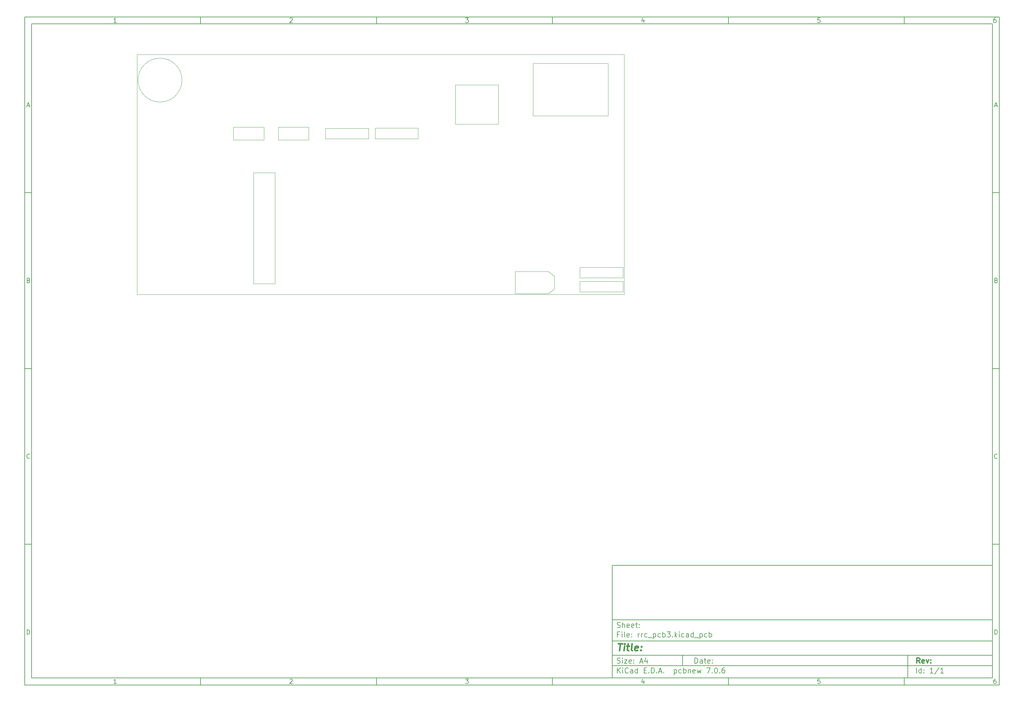
<source format=gbr>
%TF.GenerationSoftware,KiCad,Pcbnew,7.0.6*%
%TF.CreationDate,2023-08-10T16:59:27-04:00*%
%TF.ProjectId,rrc_pcb3,7272635f-7063-4623-932e-6b696361645f,rev?*%
%TF.SameCoordinates,Original*%
%TF.FileFunction,Other,User*%
%FSLAX46Y46*%
G04 Gerber Fmt 4.6, Leading zero omitted, Abs format (unit mm)*
G04 Created by KiCad (PCBNEW 7.0.6) date 2023-08-10 16:59:27*
%MOMM*%
%LPD*%
G01*
G04 APERTURE LIST*
%ADD10C,0.100000*%
%ADD11C,0.150000*%
%ADD12C,0.300000*%
%ADD13C,0.400000*%
%ADD14C,0.050000*%
%TA.AperFunction,Profile*%
%ADD15C,0.050000*%
%TD*%
G04 APERTURE END LIST*
D10*
D11*
X177002200Y-166007200D02*
X285002200Y-166007200D01*
X285002200Y-198007200D01*
X177002200Y-198007200D01*
X177002200Y-166007200D01*
D10*
D11*
X10000000Y-10000000D02*
X287002200Y-10000000D01*
X287002200Y-200007200D01*
X10000000Y-200007200D01*
X10000000Y-10000000D01*
D10*
D11*
X12000000Y-12000000D02*
X285002200Y-12000000D01*
X285002200Y-198007200D01*
X12000000Y-198007200D01*
X12000000Y-12000000D01*
D10*
D11*
X60000000Y-12000000D02*
X60000000Y-10000000D01*
D10*
D11*
X110000000Y-12000000D02*
X110000000Y-10000000D01*
D10*
D11*
X160000000Y-12000000D02*
X160000000Y-10000000D01*
D10*
D11*
X210000000Y-12000000D02*
X210000000Y-10000000D01*
D10*
D11*
X260000000Y-12000000D02*
X260000000Y-10000000D01*
D10*
D11*
X36089160Y-11593604D02*
X35346303Y-11593604D01*
X35717731Y-11593604D02*
X35717731Y-10293604D01*
X35717731Y-10293604D02*
X35593922Y-10479319D01*
X35593922Y-10479319D02*
X35470112Y-10603128D01*
X35470112Y-10603128D02*
X35346303Y-10665033D01*
D10*
D11*
X85346303Y-10417414D02*
X85408207Y-10355509D01*
X85408207Y-10355509D02*
X85532017Y-10293604D01*
X85532017Y-10293604D02*
X85841541Y-10293604D01*
X85841541Y-10293604D02*
X85965350Y-10355509D01*
X85965350Y-10355509D02*
X86027255Y-10417414D01*
X86027255Y-10417414D02*
X86089160Y-10541223D01*
X86089160Y-10541223D02*
X86089160Y-10665033D01*
X86089160Y-10665033D02*
X86027255Y-10850747D01*
X86027255Y-10850747D02*
X85284398Y-11593604D01*
X85284398Y-11593604D02*
X86089160Y-11593604D01*
D10*
D11*
X135284398Y-10293604D02*
X136089160Y-10293604D01*
X136089160Y-10293604D02*
X135655826Y-10788842D01*
X135655826Y-10788842D02*
X135841541Y-10788842D01*
X135841541Y-10788842D02*
X135965350Y-10850747D01*
X135965350Y-10850747D02*
X136027255Y-10912652D01*
X136027255Y-10912652D02*
X136089160Y-11036461D01*
X136089160Y-11036461D02*
X136089160Y-11345985D01*
X136089160Y-11345985D02*
X136027255Y-11469795D01*
X136027255Y-11469795D02*
X135965350Y-11531700D01*
X135965350Y-11531700D02*
X135841541Y-11593604D01*
X135841541Y-11593604D02*
X135470112Y-11593604D01*
X135470112Y-11593604D02*
X135346303Y-11531700D01*
X135346303Y-11531700D02*
X135284398Y-11469795D01*
D10*
D11*
X185965350Y-10726938D02*
X185965350Y-11593604D01*
X185655826Y-10231700D02*
X185346303Y-11160271D01*
X185346303Y-11160271D02*
X186151064Y-11160271D01*
D10*
D11*
X236027255Y-10293604D02*
X235408207Y-10293604D01*
X235408207Y-10293604D02*
X235346303Y-10912652D01*
X235346303Y-10912652D02*
X235408207Y-10850747D01*
X235408207Y-10850747D02*
X235532017Y-10788842D01*
X235532017Y-10788842D02*
X235841541Y-10788842D01*
X235841541Y-10788842D02*
X235965350Y-10850747D01*
X235965350Y-10850747D02*
X236027255Y-10912652D01*
X236027255Y-10912652D02*
X236089160Y-11036461D01*
X236089160Y-11036461D02*
X236089160Y-11345985D01*
X236089160Y-11345985D02*
X236027255Y-11469795D01*
X236027255Y-11469795D02*
X235965350Y-11531700D01*
X235965350Y-11531700D02*
X235841541Y-11593604D01*
X235841541Y-11593604D02*
X235532017Y-11593604D01*
X235532017Y-11593604D02*
X235408207Y-11531700D01*
X235408207Y-11531700D02*
X235346303Y-11469795D01*
D10*
D11*
X285965350Y-10293604D02*
X285717731Y-10293604D01*
X285717731Y-10293604D02*
X285593922Y-10355509D01*
X285593922Y-10355509D02*
X285532017Y-10417414D01*
X285532017Y-10417414D02*
X285408207Y-10603128D01*
X285408207Y-10603128D02*
X285346303Y-10850747D01*
X285346303Y-10850747D02*
X285346303Y-11345985D01*
X285346303Y-11345985D02*
X285408207Y-11469795D01*
X285408207Y-11469795D02*
X285470112Y-11531700D01*
X285470112Y-11531700D02*
X285593922Y-11593604D01*
X285593922Y-11593604D02*
X285841541Y-11593604D01*
X285841541Y-11593604D02*
X285965350Y-11531700D01*
X285965350Y-11531700D02*
X286027255Y-11469795D01*
X286027255Y-11469795D02*
X286089160Y-11345985D01*
X286089160Y-11345985D02*
X286089160Y-11036461D01*
X286089160Y-11036461D02*
X286027255Y-10912652D01*
X286027255Y-10912652D02*
X285965350Y-10850747D01*
X285965350Y-10850747D02*
X285841541Y-10788842D01*
X285841541Y-10788842D02*
X285593922Y-10788842D01*
X285593922Y-10788842D02*
X285470112Y-10850747D01*
X285470112Y-10850747D02*
X285408207Y-10912652D01*
X285408207Y-10912652D02*
X285346303Y-11036461D01*
D10*
D11*
X60000000Y-198007200D02*
X60000000Y-200007200D01*
D10*
D11*
X110000000Y-198007200D02*
X110000000Y-200007200D01*
D10*
D11*
X160000000Y-198007200D02*
X160000000Y-200007200D01*
D10*
D11*
X210000000Y-198007200D02*
X210000000Y-200007200D01*
D10*
D11*
X260000000Y-198007200D02*
X260000000Y-200007200D01*
D10*
D11*
X36089160Y-199600804D02*
X35346303Y-199600804D01*
X35717731Y-199600804D02*
X35717731Y-198300804D01*
X35717731Y-198300804D02*
X35593922Y-198486519D01*
X35593922Y-198486519D02*
X35470112Y-198610328D01*
X35470112Y-198610328D02*
X35346303Y-198672233D01*
D10*
D11*
X85346303Y-198424614D02*
X85408207Y-198362709D01*
X85408207Y-198362709D02*
X85532017Y-198300804D01*
X85532017Y-198300804D02*
X85841541Y-198300804D01*
X85841541Y-198300804D02*
X85965350Y-198362709D01*
X85965350Y-198362709D02*
X86027255Y-198424614D01*
X86027255Y-198424614D02*
X86089160Y-198548423D01*
X86089160Y-198548423D02*
X86089160Y-198672233D01*
X86089160Y-198672233D02*
X86027255Y-198857947D01*
X86027255Y-198857947D02*
X85284398Y-199600804D01*
X85284398Y-199600804D02*
X86089160Y-199600804D01*
D10*
D11*
X135284398Y-198300804D02*
X136089160Y-198300804D01*
X136089160Y-198300804D02*
X135655826Y-198796042D01*
X135655826Y-198796042D02*
X135841541Y-198796042D01*
X135841541Y-198796042D02*
X135965350Y-198857947D01*
X135965350Y-198857947D02*
X136027255Y-198919852D01*
X136027255Y-198919852D02*
X136089160Y-199043661D01*
X136089160Y-199043661D02*
X136089160Y-199353185D01*
X136089160Y-199353185D02*
X136027255Y-199476995D01*
X136027255Y-199476995D02*
X135965350Y-199538900D01*
X135965350Y-199538900D02*
X135841541Y-199600804D01*
X135841541Y-199600804D02*
X135470112Y-199600804D01*
X135470112Y-199600804D02*
X135346303Y-199538900D01*
X135346303Y-199538900D02*
X135284398Y-199476995D01*
D10*
D11*
X185965350Y-198734138D02*
X185965350Y-199600804D01*
X185655826Y-198238900D02*
X185346303Y-199167471D01*
X185346303Y-199167471D02*
X186151064Y-199167471D01*
D10*
D11*
X236027255Y-198300804D02*
X235408207Y-198300804D01*
X235408207Y-198300804D02*
X235346303Y-198919852D01*
X235346303Y-198919852D02*
X235408207Y-198857947D01*
X235408207Y-198857947D02*
X235532017Y-198796042D01*
X235532017Y-198796042D02*
X235841541Y-198796042D01*
X235841541Y-198796042D02*
X235965350Y-198857947D01*
X235965350Y-198857947D02*
X236027255Y-198919852D01*
X236027255Y-198919852D02*
X236089160Y-199043661D01*
X236089160Y-199043661D02*
X236089160Y-199353185D01*
X236089160Y-199353185D02*
X236027255Y-199476995D01*
X236027255Y-199476995D02*
X235965350Y-199538900D01*
X235965350Y-199538900D02*
X235841541Y-199600804D01*
X235841541Y-199600804D02*
X235532017Y-199600804D01*
X235532017Y-199600804D02*
X235408207Y-199538900D01*
X235408207Y-199538900D02*
X235346303Y-199476995D01*
D10*
D11*
X285965350Y-198300804D02*
X285717731Y-198300804D01*
X285717731Y-198300804D02*
X285593922Y-198362709D01*
X285593922Y-198362709D02*
X285532017Y-198424614D01*
X285532017Y-198424614D02*
X285408207Y-198610328D01*
X285408207Y-198610328D02*
X285346303Y-198857947D01*
X285346303Y-198857947D02*
X285346303Y-199353185D01*
X285346303Y-199353185D02*
X285408207Y-199476995D01*
X285408207Y-199476995D02*
X285470112Y-199538900D01*
X285470112Y-199538900D02*
X285593922Y-199600804D01*
X285593922Y-199600804D02*
X285841541Y-199600804D01*
X285841541Y-199600804D02*
X285965350Y-199538900D01*
X285965350Y-199538900D02*
X286027255Y-199476995D01*
X286027255Y-199476995D02*
X286089160Y-199353185D01*
X286089160Y-199353185D02*
X286089160Y-199043661D01*
X286089160Y-199043661D02*
X286027255Y-198919852D01*
X286027255Y-198919852D02*
X285965350Y-198857947D01*
X285965350Y-198857947D02*
X285841541Y-198796042D01*
X285841541Y-198796042D02*
X285593922Y-198796042D01*
X285593922Y-198796042D02*
X285470112Y-198857947D01*
X285470112Y-198857947D02*
X285408207Y-198919852D01*
X285408207Y-198919852D02*
X285346303Y-199043661D01*
D10*
D11*
X10000000Y-60000000D02*
X12000000Y-60000000D01*
D10*
D11*
X10000000Y-110000000D02*
X12000000Y-110000000D01*
D10*
D11*
X10000000Y-160000000D02*
X12000000Y-160000000D01*
D10*
D11*
X10690476Y-35222176D02*
X11309523Y-35222176D01*
X10566666Y-35593604D02*
X10999999Y-34293604D01*
X10999999Y-34293604D02*
X11433333Y-35593604D01*
D10*
D11*
X11092857Y-84912652D02*
X11278571Y-84974557D01*
X11278571Y-84974557D02*
X11340476Y-85036461D01*
X11340476Y-85036461D02*
X11402380Y-85160271D01*
X11402380Y-85160271D02*
X11402380Y-85345985D01*
X11402380Y-85345985D02*
X11340476Y-85469795D01*
X11340476Y-85469795D02*
X11278571Y-85531700D01*
X11278571Y-85531700D02*
X11154761Y-85593604D01*
X11154761Y-85593604D02*
X10659523Y-85593604D01*
X10659523Y-85593604D02*
X10659523Y-84293604D01*
X10659523Y-84293604D02*
X11092857Y-84293604D01*
X11092857Y-84293604D02*
X11216666Y-84355509D01*
X11216666Y-84355509D02*
X11278571Y-84417414D01*
X11278571Y-84417414D02*
X11340476Y-84541223D01*
X11340476Y-84541223D02*
X11340476Y-84665033D01*
X11340476Y-84665033D02*
X11278571Y-84788842D01*
X11278571Y-84788842D02*
X11216666Y-84850747D01*
X11216666Y-84850747D02*
X11092857Y-84912652D01*
X11092857Y-84912652D02*
X10659523Y-84912652D01*
D10*
D11*
X11402380Y-135469795D02*
X11340476Y-135531700D01*
X11340476Y-135531700D02*
X11154761Y-135593604D01*
X11154761Y-135593604D02*
X11030952Y-135593604D01*
X11030952Y-135593604D02*
X10845238Y-135531700D01*
X10845238Y-135531700D02*
X10721428Y-135407890D01*
X10721428Y-135407890D02*
X10659523Y-135284080D01*
X10659523Y-135284080D02*
X10597619Y-135036461D01*
X10597619Y-135036461D02*
X10597619Y-134850747D01*
X10597619Y-134850747D02*
X10659523Y-134603128D01*
X10659523Y-134603128D02*
X10721428Y-134479319D01*
X10721428Y-134479319D02*
X10845238Y-134355509D01*
X10845238Y-134355509D02*
X11030952Y-134293604D01*
X11030952Y-134293604D02*
X11154761Y-134293604D01*
X11154761Y-134293604D02*
X11340476Y-134355509D01*
X11340476Y-134355509D02*
X11402380Y-134417414D01*
D10*
D11*
X10659523Y-185593604D02*
X10659523Y-184293604D01*
X10659523Y-184293604D02*
X10969047Y-184293604D01*
X10969047Y-184293604D02*
X11154761Y-184355509D01*
X11154761Y-184355509D02*
X11278571Y-184479319D01*
X11278571Y-184479319D02*
X11340476Y-184603128D01*
X11340476Y-184603128D02*
X11402380Y-184850747D01*
X11402380Y-184850747D02*
X11402380Y-185036461D01*
X11402380Y-185036461D02*
X11340476Y-185284080D01*
X11340476Y-185284080D02*
X11278571Y-185407890D01*
X11278571Y-185407890D02*
X11154761Y-185531700D01*
X11154761Y-185531700D02*
X10969047Y-185593604D01*
X10969047Y-185593604D02*
X10659523Y-185593604D01*
D10*
D11*
X287002200Y-60000000D02*
X285002200Y-60000000D01*
D10*
D11*
X287002200Y-110000000D02*
X285002200Y-110000000D01*
D10*
D11*
X287002200Y-160000000D02*
X285002200Y-160000000D01*
D10*
D11*
X285692676Y-35222176D02*
X286311723Y-35222176D01*
X285568866Y-35593604D02*
X286002199Y-34293604D01*
X286002199Y-34293604D02*
X286435533Y-35593604D01*
D10*
D11*
X286095057Y-84912652D02*
X286280771Y-84974557D01*
X286280771Y-84974557D02*
X286342676Y-85036461D01*
X286342676Y-85036461D02*
X286404580Y-85160271D01*
X286404580Y-85160271D02*
X286404580Y-85345985D01*
X286404580Y-85345985D02*
X286342676Y-85469795D01*
X286342676Y-85469795D02*
X286280771Y-85531700D01*
X286280771Y-85531700D02*
X286156961Y-85593604D01*
X286156961Y-85593604D02*
X285661723Y-85593604D01*
X285661723Y-85593604D02*
X285661723Y-84293604D01*
X285661723Y-84293604D02*
X286095057Y-84293604D01*
X286095057Y-84293604D02*
X286218866Y-84355509D01*
X286218866Y-84355509D02*
X286280771Y-84417414D01*
X286280771Y-84417414D02*
X286342676Y-84541223D01*
X286342676Y-84541223D02*
X286342676Y-84665033D01*
X286342676Y-84665033D02*
X286280771Y-84788842D01*
X286280771Y-84788842D02*
X286218866Y-84850747D01*
X286218866Y-84850747D02*
X286095057Y-84912652D01*
X286095057Y-84912652D02*
X285661723Y-84912652D01*
D10*
D11*
X286404580Y-135469795D02*
X286342676Y-135531700D01*
X286342676Y-135531700D02*
X286156961Y-135593604D01*
X286156961Y-135593604D02*
X286033152Y-135593604D01*
X286033152Y-135593604D02*
X285847438Y-135531700D01*
X285847438Y-135531700D02*
X285723628Y-135407890D01*
X285723628Y-135407890D02*
X285661723Y-135284080D01*
X285661723Y-135284080D02*
X285599819Y-135036461D01*
X285599819Y-135036461D02*
X285599819Y-134850747D01*
X285599819Y-134850747D02*
X285661723Y-134603128D01*
X285661723Y-134603128D02*
X285723628Y-134479319D01*
X285723628Y-134479319D02*
X285847438Y-134355509D01*
X285847438Y-134355509D02*
X286033152Y-134293604D01*
X286033152Y-134293604D02*
X286156961Y-134293604D01*
X286156961Y-134293604D02*
X286342676Y-134355509D01*
X286342676Y-134355509D02*
X286404580Y-134417414D01*
D10*
D11*
X285661723Y-185593604D02*
X285661723Y-184293604D01*
X285661723Y-184293604D02*
X285971247Y-184293604D01*
X285971247Y-184293604D02*
X286156961Y-184355509D01*
X286156961Y-184355509D02*
X286280771Y-184479319D01*
X286280771Y-184479319D02*
X286342676Y-184603128D01*
X286342676Y-184603128D02*
X286404580Y-184850747D01*
X286404580Y-184850747D02*
X286404580Y-185036461D01*
X286404580Y-185036461D02*
X286342676Y-185284080D01*
X286342676Y-185284080D02*
X286280771Y-185407890D01*
X286280771Y-185407890D02*
X286156961Y-185531700D01*
X286156961Y-185531700D02*
X285971247Y-185593604D01*
X285971247Y-185593604D02*
X285661723Y-185593604D01*
D10*
D11*
X200458026Y-193793328D02*
X200458026Y-192293328D01*
X200458026Y-192293328D02*
X200815169Y-192293328D01*
X200815169Y-192293328D02*
X201029455Y-192364757D01*
X201029455Y-192364757D02*
X201172312Y-192507614D01*
X201172312Y-192507614D02*
X201243741Y-192650471D01*
X201243741Y-192650471D02*
X201315169Y-192936185D01*
X201315169Y-192936185D02*
X201315169Y-193150471D01*
X201315169Y-193150471D02*
X201243741Y-193436185D01*
X201243741Y-193436185D02*
X201172312Y-193579042D01*
X201172312Y-193579042D02*
X201029455Y-193721900D01*
X201029455Y-193721900D02*
X200815169Y-193793328D01*
X200815169Y-193793328D02*
X200458026Y-193793328D01*
X202600884Y-193793328D02*
X202600884Y-193007614D01*
X202600884Y-193007614D02*
X202529455Y-192864757D01*
X202529455Y-192864757D02*
X202386598Y-192793328D01*
X202386598Y-192793328D02*
X202100884Y-192793328D01*
X202100884Y-192793328D02*
X201958026Y-192864757D01*
X202600884Y-193721900D02*
X202458026Y-193793328D01*
X202458026Y-193793328D02*
X202100884Y-193793328D01*
X202100884Y-193793328D02*
X201958026Y-193721900D01*
X201958026Y-193721900D02*
X201886598Y-193579042D01*
X201886598Y-193579042D02*
X201886598Y-193436185D01*
X201886598Y-193436185D02*
X201958026Y-193293328D01*
X201958026Y-193293328D02*
X202100884Y-193221900D01*
X202100884Y-193221900D02*
X202458026Y-193221900D01*
X202458026Y-193221900D02*
X202600884Y-193150471D01*
X203100884Y-192793328D02*
X203672312Y-192793328D01*
X203315169Y-192293328D02*
X203315169Y-193579042D01*
X203315169Y-193579042D02*
X203386598Y-193721900D01*
X203386598Y-193721900D02*
X203529455Y-193793328D01*
X203529455Y-193793328D02*
X203672312Y-193793328D01*
X204743741Y-193721900D02*
X204600884Y-193793328D01*
X204600884Y-193793328D02*
X204315170Y-193793328D01*
X204315170Y-193793328D02*
X204172312Y-193721900D01*
X204172312Y-193721900D02*
X204100884Y-193579042D01*
X204100884Y-193579042D02*
X204100884Y-193007614D01*
X204100884Y-193007614D02*
X204172312Y-192864757D01*
X204172312Y-192864757D02*
X204315170Y-192793328D01*
X204315170Y-192793328D02*
X204600884Y-192793328D01*
X204600884Y-192793328D02*
X204743741Y-192864757D01*
X204743741Y-192864757D02*
X204815170Y-193007614D01*
X204815170Y-193007614D02*
X204815170Y-193150471D01*
X204815170Y-193150471D02*
X204100884Y-193293328D01*
X205458026Y-193650471D02*
X205529455Y-193721900D01*
X205529455Y-193721900D02*
X205458026Y-193793328D01*
X205458026Y-193793328D02*
X205386598Y-193721900D01*
X205386598Y-193721900D02*
X205458026Y-193650471D01*
X205458026Y-193650471D02*
X205458026Y-193793328D01*
X205458026Y-192864757D02*
X205529455Y-192936185D01*
X205529455Y-192936185D02*
X205458026Y-193007614D01*
X205458026Y-193007614D02*
X205386598Y-192936185D01*
X205386598Y-192936185D02*
X205458026Y-192864757D01*
X205458026Y-192864757D02*
X205458026Y-193007614D01*
D10*
D11*
X177002200Y-194507200D02*
X285002200Y-194507200D01*
D10*
D11*
X178458026Y-196593328D02*
X178458026Y-195093328D01*
X179315169Y-196593328D02*
X178672312Y-195736185D01*
X179315169Y-195093328D02*
X178458026Y-195950471D01*
X179958026Y-196593328D02*
X179958026Y-195593328D01*
X179958026Y-195093328D02*
X179886598Y-195164757D01*
X179886598Y-195164757D02*
X179958026Y-195236185D01*
X179958026Y-195236185D02*
X180029455Y-195164757D01*
X180029455Y-195164757D02*
X179958026Y-195093328D01*
X179958026Y-195093328D02*
X179958026Y-195236185D01*
X181529455Y-196450471D02*
X181458027Y-196521900D01*
X181458027Y-196521900D02*
X181243741Y-196593328D01*
X181243741Y-196593328D02*
X181100884Y-196593328D01*
X181100884Y-196593328D02*
X180886598Y-196521900D01*
X180886598Y-196521900D02*
X180743741Y-196379042D01*
X180743741Y-196379042D02*
X180672312Y-196236185D01*
X180672312Y-196236185D02*
X180600884Y-195950471D01*
X180600884Y-195950471D02*
X180600884Y-195736185D01*
X180600884Y-195736185D02*
X180672312Y-195450471D01*
X180672312Y-195450471D02*
X180743741Y-195307614D01*
X180743741Y-195307614D02*
X180886598Y-195164757D01*
X180886598Y-195164757D02*
X181100884Y-195093328D01*
X181100884Y-195093328D02*
X181243741Y-195093328D01*
X181243741Y-195093328D02*
X181458027Y-195164757D01*
X181458027Y-195164757D02*
X181529455Y-195236185D01*
X182815170Y-196593328D02*
X182815170Y-195807614D01*
X182815170Y-195807614D02*
X182743741Y-195664757D01*
X182743741Y-195664757D02*
X182600884Y-195593328D01*
X182600884Y-195593328D02*
X182315170Y-195593328D01*
X182315170Y-195593328D02*
X182172312Y-195664757D01*
X182815170Y-196521900D02*
X182672312Y-196593328D01*
X182672312Y-196593328D02*
X182315170Y-196593328D01*
X182315170Y-196593328D02*
X182172312Y-196521900D01*
X182172312Y-196521900D02*
X182100884Y-196379042D01*
X182100884Y-196379042D02*
X182100884Y-196236185D01*
X182100884Y-196236185D02*
X182172312Y-196093328D01*
X182172312Y-196093328D02*
X182315170Y-196021900D01*
X182315170Y-196021900D02*
X182672312Y-196021900D01*
X182672312Y-196021900D02*
X182815170Y-195950471D01*
X184172313Y-196593328D02*
X184172313Y-195093328D01*
X184172313Y-196521900D02*
X184029455Y-196593328D01*
X184029455Y-196593328D02*
X183743741Y-196593328D01*
X183743741Y-196593328D02*
X183600884Y-196521900D01*
X183600884Y-196521900D02*
X183529455Y-196450471D01*
X183529455Y-196450471D02*
X183458027Y-196307614D01*
X183458027Y-196307614D02*
X183458027Y-195879042D01*
X183458027Y-195879042D02*
X183529455Y-195736185D01*
X183529455Y-195736185D02*
X183600884Y-195664757D01*
X183600884Y-195664757D02*
X183743741Y-195593328D01*
X183743741Y-195593328D02*
X184029455Y-195593328D01*
X184029455Y-195593328D02*
X184172313Y-195664757D01*
X186029455Y-195807614D02*
X186529455Y-195807614D01*
X186743741Y-196593328D02*
X186029455Y-196593328D01*
X186029455Y-196593328D02*
X186029455Y-195093328D01*
X186029455Y-195093328D02*
X186743741Y-195093328D01*
X187386598Y-196450471D02*
X187458027Y-196521900D01*
X187458027Y-196521900D02*
X187386598Y-196593328D01*
X187386598Y-196593328D02*
X187315170Y-196521900D01*
X187315170Y-196521900D02*
X187386598Y-196450471D01*
X187386598Y-196450471D02*
X187386598Y-196593328D01*
X188100884Y-196593328D02*
X188100884Y-195093328D01*
X188100884Y-195093328D02*
X188458027Y-195093328D01*
X188458027Y-195093328D02*
X188672313Y-195164757D01*
X188672313Y-195164757D02*
X188815170Y-195307614D01*
X188815170Y-195307614D02*
X188886599Y-195450471D01*
X188886599Y-195450471D02*
X188958027Y-195736185D01*
X188958027Y-195736185D02*
X188958027Y-195950471D01*
X188958027Y-195950471D02*
X188886599Y-196236185D01*
X188886599Y-196236185D02*
X188815170Y-196379042D01*
X188815170Y-196379042D02*
X188672313Y-196521900D01*
X188672313Y-196521900D02*
X188458027Y-196593328D01*
X188458027Y-196593328D02*
X188100884Y-196593328D01*
X189600884Y-196450471D02*
X189672313Y-196521900D01*
X189672313Y-196521900D02*
X189600884Y-196593328D01*
X189600884Y-196593328D02*
X189529456Y-196521900D01*
X189529456Y-196521900D02*
X189600884Y-196450471D01*
X189600884Y-196450471D02*
X189600884Y-196593328D01*
X190243742Y-196164757D02*
X190958028Y-196164757D01*
X190100885Y-196593328D02*
X190600885Y-195093328D01*
X190600885Y-195093328D02*
X191100885Y-196593328D01*
X191600884Y-196450471D02*
X191672313Y-196521900D01*
X191672313Y-196521900D02*
X191600884Y-196593328D01*
X191600884Y-196593328D02*
X191529456Y-196521900D01*
X191529456Y-196521900D02*
X191600884Y-196450471D01*
X191600884Y-196450471D02*
X191600884Y-196593328D01*
X194600884Y-195593328D02*
X194600884Y-197093328D01*
X194600884Y-195664757D02*
X194743742Y-195593328D01*
X194743742Y-195593328D02*
X195029456Y-195593328D01*
X195029456Y-195593328D02*
X195172313Y-195664757D01*
X195172313Y-195664757D02*
X195243742Y-195736185D01*
X195243742Y-195736185D02*
X195315170Y-195879042D01*
X195315170Y-195879042D02*
X195315170Y-196307614D01*
X195315170Y-196307614D02*
X195243742Y-196450471D01*
X195243742Y-196450471D02*
X195172313Y-196521900D01*
X195172313Y-196521900D02*
X195029456Y-196593328D01*
X195029456Y-196593328D02*
X194743742Y-196593328D01*
X194743742Y-196593328D02*
X194600884Y-196521900D01*
X196600885Y-196521900D02*
X196458027Y-196593328D01*
X196458027Y-196593328D02*
X196172313Y-196593328D01*
X196172313Y-196593328D02*
X196029456Y-196521900D01*
X196029456Y-196521900D02*
X195958027Y-196450471D01*
X195958027Y-196450471D02*
X195886599Y-196307614D01*
X195886599Y-196307614D02*
X195886599Y-195879042D01*
X195886599Y-195879042D02*
X195958027Y-195736185D01*
X195958027Y-195736185D02*
X196029456Y-195664757D01*
X196029456Y-195664757D02*
X196172313Y-195593328D01*
X196172313Y-195593328D02*
X196458027Y-195593328D01*
X196458027Y-195593328D02*
X196600885Y-195664757D01*
X197243741Y-196593328D02*
X197243741Y-195093328D01*
X197243741Y-195664757D02*
X197386599Y-195593328D01*
X197386599Y-195593328D02*
X197672313Y-195593328D01*
X197672313Y-195593328D02*
X197815170Y-195664757D01*
X197815170Y-195664757D02*
X197886599Y-195736185D01*
X197886599Y-195736185D02*
X197958027Y-195879042D01*
X197958027Y-195879042D02*
X197958027Y-196307614D01*
X197958027Y-196307614D02*
X197886599Y-196450471D01*
X197886599Y-196450471D02*
X197815170Y-196521900D01*
X197815170Y-196521900D02*
X197672313Y-196593328D01*
X197672313Y-196593328D02*
X197386599Y-196593328D01*
X197386599Y-196593328D02*
X197243741Y-196521900D01*
X198600884Y-195593328D02*
X198600884Y-196593328D01*
X198600884Y-195736185D02*
X198672313Y-195664757D01*
X198672313Y-195664757D02*
X198815170Y-195593328D01*
X198815170Y-195593328D02*
X199029456Y-195593328D01*
X199029456Y-195593328D02*
X199172313Y-195664757D01*
X199172313Y-195664757D02*
X199243742Y-195807614D01*
X199243742Y-195807614D02*
X199243742Y-196593328D01*
X200529456Y-196521900D02*
X200386599Y-196593328D01*
X200386599Y-196593328D02*
X200100885Y-196593328D01*
X200100885Y-196593328D02*
X199958027Y-196521900D01*
X199958027Y-196521900D02*
X199886599Y-196379042D01*
X199886599Y-196379042D02*
X199886599Y-195807614D01*
X199886599Y-195807614D02*
X199958027Y-195664757D01*
X199958027Y-195664757D02*
X200100885Y-195593328D01*
X200100885Y-195593328D02*
X200386599Y-195593328D01*
X200386599Y-195593328D02*
X200529456Y-195664757D01*
X200529456Y-195664757D02*
X200600885Y-195807614D01*
X200600885Y-195807614D02*
X200600885Y-195950471D01*
X200600885Y-195950471D02*
X199886599Y-196093328D01*
X201100884Y-195593328D02*
X201386599Y-196593328D01*
X201386599Y-196593328D02*
X201672313Y-195879042D01*
X201672313Y-195879042D02*
X201958027Y-196593328D01*
X201958027Y-196593328D02*
X202243741Y-195593328D01*
X203815170Y-195093328D02*
X204815170Y-195093328D01*
X204815170Y-195093328D02*
X204172313Y-196593328D01*
X205386598Y-196450471D02*
X205458027Y-196521900D01*
X205458027Y-196521900D02*
X205386598Y-196593328D01*
X205386598Y-196593328D02*
X205315170Y-196521900D01*
X205315170Y-196521900D02*
X205386598Y-196450471D01*
X205386598Y-196450471D02*
X205386598Y-196593328D01*
X206386599Y-195093328D02*
X206529456Y-195093328D01*
X206529456Y-195093328D02*
X206672313Y-195164757D01*
X206672313Y-195164757D02*
X206743742Y-195236185D01*
X206743742Y-195236185D02*
X206815170Y-195379042D01*
X206815170Y-195379042D02*
X206886599Y-195664757D01*
X206886599Y-195664757D02*
X206886599Y-196021900D01*
X206886599Y-196021900D02*
X206815170Y-196307614D01*
X206815170Y-196307614D02*
X206743742Y-196450471D01*
X206743742Y-196450471D02*
X206672313Y-196521900D01*
X206672313Y-196521900D02*
X206529456Y-196593328D01*
X206529456Y-196593328D02*
X206386599Y-196593328D01*
X206386599Y-196593328D02*
X206243742Y-196521900D01*
X206243742Y-196521900D02*
X206172313Y-196450471D01*
X206172313Y-196450471D02*
X206100884Y-196307614D01*
X206100884Y-196307614D02*
X206029456Y-196021900D01*
X206029456Y-196021900D02*
X206029456Y-195664757D01*
X206029456Y-195664757D02*
X206100884Y-195379042D01*
X206100884Y-195379042D02*
X206172313Y-195236185D01*
X206172313Y-195236185D02*
X206243742Y-195164757D01*
X206243742Y-195164757D02*
X206386599Y-195093328D01*
X207529455Y-196450471D02*
X207600884Y-196521900D01*
X207600884Y-196521900D02*
X207529455Y-196593328D01*
X207529455Y-196593328D02*
X207458027Y-196521900D01*
X207458027Y-196521900D02*
X207529455Y-196450471D01*
X207529455Y-196450471D02*
X207529455Y-196593328D01*
X208886599Y-195093328D02*
X208600884Y-195093328D01*
X208600884Y-195093328D02*
X208458027Y-195164757D01*
X208458027Y-195164757D02*
X208386599Y-195236185D01*
X208386599Y-195236185D02*
X208243741Y-195450471D01*
X208243741Y-195450471D02*
X208172313Y-195736185D01*
X208172313Y-195736185D02*
X208172313Y-196307614D01*
X208172313Y-196307614D02*
X208243741Y-196450471D01*
X208243741Y-196450471D02*
X208315170Y-196521900D01*
X208315170Y-196521900D02*
X208458027Y-196593328D01*
X208458027Y-196593328D02*
X208743741Y-196593328D01*
X208743741Y-196593328D02*
X208886599Y-196521900D01*
X208886599Y-196521900D02*
X208958027Y-196450471D01*
X208958027Y-196450471D02*
X209029456Y-196307614D01*
X209029456Y-196307614D02*
X209029456Y-195950471D01*
X209029456Y-195950471D02*
X208958027Y-195807614D01*
X208958027Y-195807614D02*
X208886599Y-195736185D01*
X208886599Y-195736185D02*
X208743741Y-195664757D01*
X208743741Y-195664757D02*
X208458027Y-195664757D01*
X208458027Y-195664757D02*
X208315170Y-195736185D01*
X208315170Y-195736185D02*
X208243741Y-195807614D01*
X208243741Y-195807614D02*
X208172313Y-195950471D01*
D10*
D11*
X177002200Y-191507200D02*
X285002200Y-191507200D01*
D10*
D12*
X264413853Y-193785528D02*
X263913853Y-193071242D01*
X263556710Y-193785528D02*
X263556710Y-192285528D01*
X263556710Y-192285528D02*
X264128139Y-192285528D01*
X264128139Y-192285528D02*
X264270996Y-192356957D01*
X264270996Y-192356957D02*
X264342425Y-192428385D01*
X264342425Y-192428385D02*
X264413853Y-192571242D01*
X264413853Y-192571242D02*
X264413853Y-192785528D01*
X264413853Y-192785528D02*
X264342425Y-192928385D01*
X264342425Y-192928385D02*
X264270996Y-192999814D01*
X264270996Y-192999814D02*
X264128139Y-193071242D01*
X264128139Y-193071242D02*
X263556710Y-193071242D01*
X265628139Y-193714100D02*
X265485282Y-193785528D01*
X265485282Y-193785528D02*
X265199568Y-193785528D01*
X265199568Y-193785528D02*
X265056710Y-193714100D01*
X265056710Y-193714100D02*
X264985282Y-193571242D01*
X264985282Y-193571242D02*
X264985282Y-192999814D01*
X264985282Y-192999814D02*
X265056710Y-192856957D01*
X265056710Y-192856957D02*
X265199568Y-192785528D01*
X265199568Y-192785528D02*
X265485282Y-192785528D01*
X265485282Y-192785528D02*
X265628139Y-192856957D01*
X265628139Y-192856957D02*
X265699568Y-192999814D01*
X265699568Y-192999814D02*
X265699568Y-193142671D01*
X265699568Y-193142671D02*
X264985282Y-193285528D01*
X266199567Y-192785528D02*
X266556710Y-193785528D01*
X266556710Y-193785528D02*
X266913853Y-192785528D01*
X267485281Y-193642671D02*
X267556710Y-193714100D01*
X267556710Y-193714100D02*
X267485281Y-193785528D01*
X267485281Y-193785528D02*
X267413853Y-193714100D01*
X267413853Y-193714100D02*
X267485281Y-193642671D01*
X267485281Y-193642671D02*
X267485281Y-193785528D01*
X267485281Y-192856957D02*
X267556710Y-192928385D01*
X267556710Y-192928385D02*
X267485281Y-192999814D01*
X267485281Y-192999814D02*
X267413853Y-192928385D01*
X267413853Y-192928385D02*
X267485281Y-192856957D01*
X267485281Y-192856957D02*
X267485281Y-192999814D01*
D10*
D11*
X178386598Y-193721900D02*
X178600884Y-193793328D01*
X178600884Y-193793328D02*
X178958026Y-193793328D01*
X178958026Y-193793328D02*
X179100884Y-193721900D01*
X179100884Y-193721900D02*
X179172312Y-193650471D01*
X179172312Y-193650471D02*
X179243741Y-193507614D01*
X179243741Y-193507614D02*
X179243741Y-193364757D01*
X179243741Y-193364757D02*
X179172312Y-193221900D01*
X179172312Y-193221900D02*
X179100884Y-193150471D01*
X179100884Y-193150471D02*
X178958026Y-193079042D01*
X178958026Y-193079042D02*
X178672312Y-193007614D01*
X178672312Y-193007614D02*
X178529455Y-192936185D01*
X178529455Y-192936185D02*
X178458026Y-192864757D01*
X178458026Y-192864757D02*
X178386598Y-192721900D01*
X178386598Y-192721900D02*
X178386598Y-192579042D01*
X178386598Y-192579042D02*
X178458026Y-192436185D01*
X178458026Y-192436185D02*
X178529455Y-192364757D01*
X178529455Y-192364757D02*
X178672312Y-192293328D01*
X178672312Y-192293328D02*
X179029455Y-192293328D01*
X179029455Y-192293328D02*
X179243741Y-192364757D01*
X179886597Y-193793328D02*
X179886597Y-192793328D01*
X179886597Y-192293328D02*
X179815169Y-192364757D01*
X179815169Y-192364757D02*
X179886597Y-192436185D01*
X179886597Y-192436185D02*
X179958026Y-192364757D01*
X179958026Y-192364757D02*
X179886597Y-192293328D01*
X179886597Y-192293328D02*
X179886597Y-192436185D01*
X180458026Y-192793328D02*
X181243741Y-192793328D01*
X181243741Y-192793328D02*
X180458026Y-193793328D01*
X180458026Y-193793328D02*
X181243741Y-193793328D01*
X182386598Y-193721900D02*
X182243741Y-193793328D01*
X182243741Y-193793328D02*
X181958027Y-193793328D01*
X181958027Y-193793328D02*
X181815169Y-193721900D01*
X181815169Y-193721900D02*
X181743741Y-193579042D01*
X181743741Y-193579042D02*
X181743741Y-193007614D01*
X181743741Y-193007614D02*
X181815169Y-192864757D01*
X181815169Y-192864757D02*
X181958027Y-192793328D01*
X181958027Y-192793328D02*
X182243741Y-192793328D01*
X182243741Y-192793328D02*
X182386598Y-192864757D01*
X182386598Y-192864757D02*
X182458027Y-193007614D01*
X182458027Y-193007614D02*
X182458027Y-193150471D01*
X182458027Y-193150471D02*
X181743741Y-193293328D01*
X183100883Y-193650471D02*
X183172312Y-193721900D01*
X183172312Y-193721900D02*
X183100883Y-193793328D01*
X183100883Y-193793328D02*
X183029455Y-193721900D01*
X183029455Y-193721900D02*
X183100883Y-193650471D01*
X183100883Y-193650471D02*
X183100883Y-193793328D01*
X183100883Y-192864757D02*
X183172312Y-192936185D01*
X183172312Y-192936185D02*
X183100883Y-193007614D01*
X183100883Y-193007614D02*
X183029455Y-192936185D01*
X183029455Y-192936185D02*
X183100883Y-192864757D01*
X183100883Y-192864757D02*
X183100883Y-193007614D01*
X184886598Y-193364757D02*
X185600884Y-193364757D01*
X184743741Y-193793328D02*
X185243741Y-192293328D01*
X185243741Y-192293328D02*
X185743741Y-193793328D01*
X186886598Y-192793328D02*
X186886598Y-193793328D01*
X186529455Y-192221900D02*
X186172312Y-193293328D01*
X186172312Y-193293328D02*
X187100883Y-193293328D01*
D10*
D11*
X263458026Y-196593328D02*
X263458026Y-195093328D01*
X264815170Y-196593328D02*
X264815170Y-195093328D01*
X264815170Y-196521900D02*
X264672312Y-196593328D01*
X264672312Y-196593328D02*
X264386598Y-196593328D01*
X264386598Y-196593328D02*
X264243741Y-196521900D01*
X264243741Y-196521900D02*
X264172312Y-196450471D01*
X264172312Y-196450471D02*
X264100884Y-196307614D01*
X264100884Y-196307614D02*
X264100884Y-195879042D01*
X264100884Y-195879042D02*
X264172312Y-195736185D01*
X264172312Y-195736185D02*
X264243741Y-195664757D01*
X264243741Y-195664757D02*
X264386598Y-195593328D01*
X264386598Y-195593328D02*
X264672312Y-195593328D01*
X264672312Y-195593328D02*
X264815170Y-195664757D01*
X265529455Y-196450471D02*
X265600884Y-196521900D01*
X265600884Y-196521900D02*
X265529455Y-196593328D01*
X265529455Y-196593328D02*
X265458027Y-196521900D01*
X265458027Y-196521900D02*
X265529455Y-196450471D01*
X265529455Y-196450471D02*
X265529455Y-196593328D01*
X265529455Y-195664757D02*
X265600884Y-195736185D01*
X265600884Y-195736185D02*
X265529455Y-195807614D01*
X265529455Y-195807614D02*
X265458027Y-195736185D01*
X265458027Y-195736185D02*
X265529455Y-195664757D01*
X265529455Y-195664757D02*
X265529455Y-195807614D01*
X268172313Y-196593328D02*
X267315170Y-196593328D01*
X267743741Y-196593328D02*
X267743741Y-195093328D01*
X267743741Y-195093328D02*
X267600884Y-195307614D01*
X267600884Y-195307614D02*
X267458027Y-195450471D01*
X267458027Y-195450471D02*
X267315170Y-195521900D01*
X269886598Y-195021900D02*
X268600884Y-196950471D01*
X271172313Y-196593328D02*
X270315170Y-196593328D01*
X270743741Y-196593328D02*
X270743741Y-195093328D01*
X270743741Y-195093328D02*
X270600884Y-195307614D01*
X270600884Y-195307614D02*
X270458027Y-195450471D01*
X270458027Y-195450471D02*
X270315170Y-195521900D01*
D10*
D11*
X177002200Y-187507200D02*
X285002200Y-187507200D01*
D10*
D13*
X178693928Y-188211638D02*
X179836785Y-188211638D01*
X179015357Y-190211638D02*
X179265357Y-188211638D01*
X180253452Y-190211638D02*
X180420119Y-188878304D01*
X180503452Y-188211638D02*
X180396309Y-188306876D01*
X180396309Y-188306876D02*
X180479643Y-188402114D01*
X180479643Y-188402114D02*
X180586786Y-188306876D01*
X180586786Y-188306876D02*
X180503452Y-188211638D01*
X180503452Y-188211638D02*
X180479643Y-188402114D01*
X181086786Y-188878304D02*
X181848690Y-188878304D01*
X181455833Y-188211638D02*
X181241548Y-189925923D01*
X181241548Y-189925923D02*
X181312976Y-190116400D01*
X181312976Y-190116400D02*
X181491548Y-190211638D01*
X181491548Y-190211638D02*
X181682024Y-190211638D01*
X182634405Y-190211638D02*
X182455833Y-190116400D01*
X182455833Y-190116400D02*
X182384405Y-189925923D01*
X182384405Y-189925923D02*
X182598690Y-188211638D01*
X184170119Y-190116400D02*
X183967738Y-190211638D01*
X183967738Y-190211638D02*
X183586785Y-190211638D01*
X183586785Y-190211638D02*
X183408214Y-190116400D01*
X183408214Y-190116400D02*
X183336785Y-189925923D01*
X183336785Y-189925923D02*
X183432024Y-189164019D01*
X183432024Y-189164019D02*
X183551071Y-188973542D01*
X183551071Y-188973542D02*
X183753452Y-188878304D01*
X183753452Y-188878304D02*
X184134404Y-188878304D01*
X184134404Y-188878304D02*
X184312976Y-188973542D01*
X184312976Y-188973542D02*
X184384404Y-189164019D01*
X184384404Y-189164019D02*
X184360595Y-189354495D01*
X184360595Y-189354495D02*
X183384404Y-189544971D01*
X185134405Y-190021161D02*
X185217738Y-190116400D01*
X185217738Y-190116400D02*
X185110595Y-190211638D01*
X185110595Y-190211638D02*
X185027262Y-190116400D01*
X185027262Y-190116400D02*
X185134405Y-190021161D01*
X185134405Y-190021161D02*
X185110595Y-190211638D01*
X185265357Y-188973542D02*
X185348690Y-189068780D01*
X185348690Y-189068780D02*
X185241548Y-189164019D01*
X185241548Y-189164019D02*
X185158214Y-189068780D01*
X185158214Y-189068780D02*
X185265357Y-188973542D01*
X185265357Y-188973542D02*
X185241548Y-189164019D01*
D10*
D11*
X178958026Y-185607614D02*
X178458026Y-185607614D01*
X178458026Y-186393328D02*
X178458026Y-184893328D01*
X178458026Y-184893328D02*
X179172312Y-184893328D01*
X179743740Y-186393328D02*
X179743740Y-185393328D01*
X179743740Y-184893328D02*
X179672312Y-184964757D01*
X179672312Y-184964757D02*
X179743740Y-185036185D01*
X179743740Y-185036185D02*
X179815169Y-184964757D01*
X179815169Y-184964757D02*
X179743740Y-184893328D01*
X179743740Y-184893328D02*
X179743740Y-185036185D01*
X180672312Y-186393328D02*
X180529455Y-186321900D01*
X180529455Y-186321900D02*
X180458026Y-186179042D01*
X180458026Y-186179042D02*
X180458026Y-184893328D01*
X181815169Y-186321900D02*
X181672312Y-186393328D01*
X181672312Y-186393328D02*
X181386598Y-186393328D01*
X181386598Y-186393328D02*
X181243740Y-186321900D01*
X181243740Y-186321900D02*
X181172312Y-186179042D01*
X181172312Y-186179042D02*
X181172312Y-185607614D01*
X181172312Y-185607614D02*
X181243740Y-185464757D01*
X181243740Y-185464757D02*
X181386598Y-185393328D01*
X181386598Y-185393328D02*
X181672312Y-185393328D01*
X181672312Y-185393328D02*
X181815169Y-185464757D01*
X181815169Y-185464757D02*
X181886598Y-185607614D01*
X181886598Y-185607614D02*
X181886598Y-185750471D01*
X181886598Y-185750471D02*
X181172312Y-185893328D01*
X182529454Y-186250471D02*
X182600883Y-186321900D01*
X182600883Y-186321900D02*
X182529454Y-186393328D01*
X182529454Y-186393328D02*
X182458026Y-186321900D01*
X182458026Y-186321900D02*
X182529454Y-186250471D01*
X182529454Y-186250471D02*
X182529454Y-186393328D01*
X182529454Y-185464757D02*
X182600883Y-185536185D01*
X182600883Y-185536185D02*
X182529454Y-185607614D01*
X182529454Y-185607614D02*
X182458026Y-185536185D01*
X182458026Y-185536185D02*
X182529454Y-185464757D01*
X182529454Y-185464757D02*
X182529454Y-185607614D01*
X184386597Y-186393328D02*
X184386597Y-185393328D01*
X184386597Y-185679042D02*
X184458026Y-185536185D01*
X184458026Y-185536185D02*
X184529455Y-185464757D01*
X184529455Y-185464757D02*
X184672312Y-185393328D01*
X184672312Y-185393328D02*
X184815169Y-185393328D01*
X185315168Y-186393328D02*
X185315168Y-185393328D01*
X185315168Y-185679042D02*
X185386597Y-185536185D01*
X185386597Y-185536185D02*
X185458026Y-185464757D01*
X185458026Y-185464757D02*
X185600883Y-185393328D01*
X185600883Y-185393328D02*
X185743740Y-185393328D01*
X186886597Y-186321900D02*
X186743739Y-186393328D01*
X186743739Y-186393328D02*
X186458025Y-186393328D01*
X186458025Y-186393328D02*
X186315168Y-186321900D01*
X186315168Y-186321900D02*
X186243739Y-186250471D01*
X186243739Y-186250471D02*
X186172311Y-186107614D01*
X186172311Y-186107614D02*
X186172311Y-185679042D01*
X186172311Y-185679042D02*
X186243739Y-185536185D01*
X186243739Y-185536185D02*
X186315168Y-185464757D01*
X186315168Y-185464757D02*
X186458025Y-185393328D01*
X186458025Y-185393328D02*
X186743739Y-185393328D01*
X186743739Y-185393328D02*
X186886597Y-185464757D01*
X187172311Y-186536185D02*
X188315168Y-186536185D01*
X188672310Y-185393328D02*
X188672310Y-186893328D01*
X188672310Y-185464757D02*
X188815168Y-185393328D01*
X188815168Y-185393328D02*
X189100882Y-185393328D01*
X189100882Y-185393328D02*
X189243739Y-185464757D01*
X189243739Y-185464757D02*
X189315168Y-185536185D01*
X189315168Y-185536185D02*
X189386596Y-185679042D01*
X189386596Y-185679042D02*
X189386596Y-186107614D01*
X189386596Y-186107614D02*
X189315168Y-186250471D01*
X189315168Y-186250471D02*
X189243739Y-186321900D01*
X189243739Y-186321900D02*
X189100882Y-186393328D01*
X189100882Y-186393328D02*
X188815168Y-186393328D01*
X188815168Y-186393328D02*
X188672310Y-186321900D01*
X190672311Y-186321900D02*
X190529453Y-186393328D01*
X190529453Y-186393328D02*
X190243739Y-186393328D01*
X190243739Y-186393328D02*
X190100882Y-186321900D01*
X190100882Y-186321900D02*
X190029453Y-186250471D01*
X190029453Y-186250471D02*
X189958025Y-186107614D01*
X189958025Y-186107614D02*
X189958025Y-185679042D01*
X189958025Y-185679042D02*
X190029453Y-185536185D01*
X190029453Y-185536185D02*
X190100882Y-185464757D01*
X190100882Y-185464757D02*
X190243739Y-185393328D01*
X190243739Y-185393328D02*
X190529453Y-185393328D01*
X190529453Y-185393328D02*
X190672311Y-185464757D01*
X191315167Y-186393328D02*
X191315167Y-184893328D01*
X191315167Y-185464757D02*
X191458025Y-185393328D01*
X191458025Y-185393328D02*
X191743739Y-185393328D01*
X191743739Y-185393328D02*
X191886596Y-185464757D01*
X191886596Y-185464757D02*
X191958025Y-185536185D01*
X191958025Y-185536185D02*
X192029453Y-185679042D01*
X192029453Y-185679042D02*
X192029453Y-186107614D01*
X192029453Y-186107614D02*
X191958025Y-186250471D01*
X191958025Y-186250471D02*
X191886596Y-186321900D01*
X191886596Y-186321900D02*
X191743739Y-186393328D01*
X191743739Y-186393328D02*
X191458025Y-186393328D01*
X191458025Y-186393328D02*
X191315167Y-186321900D01*
X192529453Y-184893328D02*
X193458025Y-184893328D01*
X193458025Y-184893328D02*
X192958025Y-185464757D01*
X192958025Y-185464757D02*
X193172310Y-185464757D01*
X193172310Y-185464757D02*
X193315168Y-185536185D01*
X193315168Y-185536185D02*
X193386596Y-185607614D01*
X193386596Y-185607614D02*
X193458025Y-185750471D01*
X193458025Y-185750471D02*
X193458025Y-186107614D01*
X193458025Y-186107614D02*
X193386596Y-186250471D01*
X193386596Y-186250471D02*
X193315168Y-186321900D01*
X193315168Y-186321900D02*
X193172310Y-186393328D01*
X193172310Y-186393328D02*
X192743739Y-186393328D01*
X192743739Y-186393328D02*
X192600882Y-186321900D01*
X192600882Y-186321900D02*
X192529453Y-186250471D01*
X194100881Y-186250471D02*
X194172310Y-186321900D01*
X194172310Y-186321900D02*
X194100881Y-186393328D01*
X194100881Y-186393328D02*
X194029453Y-186321900D01*
X194029453Y-186321900D02*
X194100881Y-186250471D01*
X194100881Y-186250471D02*
X194100881Y-186393328D01*
X194815167Y-186393328D02*
X194815167Y-184893328D01*
X194958025Y-185821900D02*
X195386596Y-186393328D01*
X195386596Y-185393328D02*
X194815167Y-185964757D01*
X196029453Y-186393328D02*
X196029453Y-185393328D01*
X196029453Y-184893328D02*
X195958025Y-184964757D01*
X195958025Y-184964757D02*
X196029453Y-185036185D01*
X196029453Y-185036185D02*
X196100882Y-184964757D01*
X196100882Y-184964757D02*
X196029453Y-184893328D01*
X196029453Y-184893328D02*
X196029453Y-185036185D01*
X197386597Y-186321900D02*
X197243739Y-186393328D01*
X197243739Y-186393328D02*
X196958025Y-186393328D01*
X196958025Y-186393328D02*
X196815168Y-186321900D01*
X196815168Y-186321900D02*
X196743739Y-186250471D01*
X196743739Y-186250471D02*
X196672311Y-186107614D01*
X196672311Y-186107614D02*
X196672311Y-185679042D01*
X196672311Y-185679042D02*
X196743739Y-185536185D01*
X196743739Y-185536185D02*
X196815168Y-185464757D01*
X196815168Y-185464757D02*
X196958025Y-185393328D01*
X196958025Y-185393328D02*
X197243739Y-185393328D01*
X197243739Y-185393328D02*
X197386597Y-185464757D01*
X198672311Y-186393328D02*
X198672311Y-185607614D01*
X198672311Y-185607614D02*
X198600882Y-185464757D01*
X198600882Y-185464757D02*
X198458025Y-185393328D01*
X198458025Y-185393328D02*
X198172311Y-185393328D01*
X198172311Y-185393328D02*
X198029453Y-185464757D01*
X198672311Y-186321900D02*
X198529453Y-186393328D01*
X198529453Y-186393328D02*
X198172311Y-186393328D01*
X198172311Y-186393328D02*
X198029453Y-186321900D01*
X198029453Y-186321900D02*
X197958025Y-186179042D01*
X197958025Y-186179042D02*
X197958025Y-186036185D01*
X197958025Y-186036185D02*
X198029453Y-185893328D01*
X198029453Y-185893328D02*
X198172311Y-185821900D01*
X198172311Y-185821900D02*
X198529453Y-185821900D01*
X198529453Y-185821900D02*
X198672311Y-185750471D01*
X200029454Y-186393328D02*
X200029454Y-184893328D01*
X200029454Y-186321900D02*
X199886596Y-186393328D01*
X199886596Y-186393328D02*
X199600882Y-186393328D01*
X199600882Y-186393328D02*
X199458025Y-186321900D01*
X199458025Y-186321900D02*
X199386596Y-186250471D01*
X199386596Y-186250471D02*
X199315168Y-186107614D01*
X199315168Y-186107614D02*
X199315168Y-185679042D01*
X199315168Y-185679042D02*
X199386596Y-185536185D01*
X199386596Y-185536185D02*
X199458025Y-185464757D01*
X199458025Y-185464757D02*
X199600882Y-185393328D01*
X199600882Y-185393328D02*
X199886596Y-185393328D01*
X199886596Y-185393328D02*
X200029454Y-185464757D01*
X200386597Y-186536185D02*
X201529454Y-186536185D01*
X201886596Y-185393328D02*
X201886596Y-186893328D01*
X201886596Y-185464757D02*
X202029454Y-185393328D01*
X202029454Y-185393328D02*
X202315168Y-185393328D01*
X202315168Y-185393328D02*
X202458025Y-185464757D01*
X202458025Y-185464757D02*
X202529454Y-185536185D01*
X202529454Y-185536185D02*
X202600882Y-185679042D01*
X202600882Y-185679042D02*
X202600882Y-186107614D01*
X202600882Y-186107614D02*
X202529454Y-186250471D01*
X202529454Y-186250471D02*
X202458025Y-186321900D01*
X202458025Y-186321900D02*
X202315168Y-186393328D01*
X202315168Y-186393328D02*
X202029454Y-186393328D01*
X202029454Y-186393328D02*
X201886596Y-186321900D01*
X203886597Y-186321900D02*
X203743739Y-186393328D01*
X203743739Y-186393328D02*
X203458025Y-186393328D01*
X203458025Y-186393328D02*
X203315168Y-186321900D01*
X203315168Y-186321900D02*
X203243739Y-186250471D01*
X203243739Y-186250471D02*
X203172311Y-186107614D01*
X203172311Y-186107614D02*
X203172311Y-185679042D01*
X203172311Y-185679042D02*
X203243739Y-185536185D01*
X203243739Y-185536185D02*
X203315168Y-185464757D01*
X203315168Y-185464757D02*
X203458025Y-185393328D01*
X203458025Y-185393328D02*
X203743739Y-185393328D01*
X203743739Y-185393328D02*
X203886597Y-185464757D01*
X204529453Y-186393328D02*
X204529453Y-184893328D01*
X204529453Y-185464757D02*
X204672311Y-185393328D01*
X204672311Y-185393328D02*
X204958025Y-185393328D01*
X204958025Y-185393328D02*
X205100882Y-185464757D01*
X205100882Y-185464757D02*
X205172311Y-185536185D01*
X205172311Y-185536185D02*
X205243739Y-185679042D01*
X205243739Y-185679042D02*
X205243739Y-186107614D01*
X205243739Y-186107614D02*
X205172311Y-186250471D01*
X205172311Y-186250471D02*
X205100882Y-186321900D01*
X205100882Y-186321900D02*
X204958025Y-186393328D01*
X204958025Y-186393328D02*
X204672311Y-186393328D01*
X204672311Y-186393328D02*
X204529453Y-186321900D01*
D10*
D11*
X177002200Y-181507200D02*
X285002200Y-181507200D01*
D10*
D11*
X178386598Y-183621900D02*
X178600884Y-183693328D01*
X178600884Y-183693328D02*
X178958026Y-183693328D01*
X178958026Y-183693328D02*
X179100884Y-183621900D01*
X179100884Y-183621900D02*
X179172312Y-183550471D01*
X179172312Y-183550471D02*
X179243741Y-183407614D01*
X179243741Y-183407614D02*
X179243741Y-183264757D01*
X179243741Y-183264757D02*
X179172312Y-183121900D01*
X179172312Y-183121900D02*
X179100884Y-183050471D01*
X179100884Y-183050471D02*
X178958026Y-182979042D01*
X178958026Y-182979042D02*
X178672312Y-182907614D01*
X178672312Y-182907614D02*
X178529455Y-182836185D01*
X178529455Y-182836185D02*
X178458026Y-182764757D01*
X178458026Y-182764757D02*
X178386598Y-182621900D01*
X178386598Y-182621900D02*
X178386598Y-182479042D01*
X178386598Y-182479042D02*
X178458026Y-182336185D01*
X178458026Y-182336185D02*
X178529455Y-182264757D01*
X178529455Y-182264757D02*
X178672312Y-182193328D01*
X178672312Y-182193328D02*
X179029455Y-182193328D01*
X179029455Y-182193328D02*
X179243741Y-182264757D01*
X179886597Y-183693328D02*
X179886597Y-182193328D01*
X180529455Y-183693328D02*
X180529455Y-182907614D01*
X180529455Y-182907614D02*
X180458026Y-182764757D01*
X180458026Y-182764757D02*
X180315169Y-182693328D01*
X180315169Y-182693328D02*
X180100883Y-182693328D01*
X180100883Y-182693328D02*
X179958026Y-182764757D01*
X179958026Y-182764757D02*
X179886597Y-182836185D01*
X181815169Y-183621900D02*
X181672312Y-183693328D01*
X181672312Y-183693328D02*
X181386598Y-183693328D01*
X181386598Y-183693328D02*
X181243740Y-183621900D01*
X181243740Y-183621900D02*
X181172312Y-183479042D01*
X181172312Y-183479042D02*
X181172312Y-182907614D01*
X181172312Y-182907614D02*
X181243740Y-182764757D01*
X181243740Y-182764757D02*
X181386598Y-182693328D01*
X181386598Y-182693328D02*
X181672312Y-182693328D01*
X181672312Y-182693328D02*
X181815169Y-182764757D01*
X181815169Y-182764757D02*
X181886598Y-182907614D01*
X181886598Y-182907614D02*
X181886598Y-183050471D01*
X181886598Y-183050471D02*
X181172312Y-183193328D01*
X183100883Y-183621900D02*
X182958026Y-183693328D01*
X182958026Y-183693328D02*
X182672312Y-183693328D01*
X182672312Y-183693328D02*
X182529454Y-183621900D01*
X182529454Y-183621900D02*
X182458026Y-183479042D01*
X182458026Y-183479042D02*
X182458026Y-182907614D01*
X182458026Y-182907614D02*
X182529454Y-182764757D01*
X182529454Y-182764757D02*
X182672312Y-182693328D01*
X182672312Y-182693328D02*
X182958026Y-182693328D01*
X182958026Y-182693328D02*
X183100883Y-182764757D01*
X183100883Y-182764757D02*
X183172312Y-182907614D01*
X183172312Y-182907614D02*
X183172312Y-183050471D01*
X183172312Y-183050471D02*
X182458026Y-183193328D01*
X183600883Y-182693328D02*
X184172311Y-182693328D01*
X183815168Y-182193328D02*
X183815168Y-183479042D01*
X183815168Y-183479042D02*
X183886597Y-183621900D01*
X183886597Y-183621900D02*
X184029454Y-183693328D01*
X184029454Y-183693328D02*
X184172311Y-183693328D01*
X184672311Y-183550471D02*
X184743740Y-183621900D01*
X184743740Y-183621900D02*
X184672311Y-183693328D01*
X184672311Y-183693328D02*
X184600883Y-183621900D01*
X184600883Y-183621900D02*
X184672311Y-183550471D01*
X184672311Y-183550471D02*
X184672311Y-183693328D01*
X184672311Y-182764757D02*
X184743740Y-182836185D01*
X184743740Y-182836185D02*
X184672311Y-182907614D01*
X184672311Y-182907614D02*
X184600883Y-182836185D01*
X184600883Y-182836185D02*
X184672311Y-182764757D01*
X184672311Y-182764757D02*
X184672311Y-182907614D01*
D10*
D12*
D10*
D11*
D10*
D11*
D10*
D11*
D10*
D11*
D10*
D11*
X197002200Y-191507200D02*
X197002200Y-194507200D01*
D10*
D11*
X261002200Y-191507200D02*
X261002200Y-198007200D01*
D14*
%TO.C,U3*%
X132334358Y-29306925D02*
X132334358Y-40506925D01*
X132334358Y-40506925D02*
X144684358Y-40506925D01*
X144684358Y-29306925D02*
X132334358Y-29306925D01*
X144684358Y-40506925D02*
X144684358Y-29306925D01*
%TO.C,U4*%
X81168599Y-85854231D02*
X81168599Y-54304231D01*
X81168599Y-54304231D02*
X75018599Y-54304231D01*
X75018599Y-85854231D02*
X81168599Y-85854231D01*
X75018599Y-54304231D02*
X75018599Y-85854231D01*
%TO.C,R2*%
X107730000Y-44680000D02*
X107730000Y-41680000D01*
X107730000Y-41680000D02*
X95470000Y-41680000D01*
X95470000Y-44680000D02*
X107730000Y-44680000D01*
X95470000Y-41680000D02*
X95470000Y-44680000D01*
%TO.C,U1*%
X154440052Y-23243676D02*
X154440052Y-38093676D01*
X154440052Y-38093676D02*
X175790052Y-38093676D01*
X175790052Y-23243676D02*
X154440052Y-23243676D01*
X175790052Y-38093676D02*
X175790052Y-23243676D01*
%TO.C,R3*%
X179993102Y-84212958D02*
X179993102Y-81212958D01*
X179993102Y-81212958D02*
X167733102Y-81212958D01*
X167733102Y-84212958D02*
X179993102Y-84212958D01*
X167733102Y-81212958D02*
X167733102Y-84212958D01*
%TO.C,R4*%
X179993102Y-88204287D02*
X179993102Y-85204287D01*
X179993102Y-85204287D02*
X167733102Y-85204287D01*
X167733102Y-88204287D02*
X179993102Y-88204287D01*
X167733102Y-85204287D02*
X167733102Y-88204287D01*
%TO.C,R1*%
X121824838Y-44616036D02*
X121824838Y-41616036D01*
X121824838Y-41616036D02*
X109564838Y-41616036D01*
X109564838Y-44616036D02*
X121824838Y-44616036D01*
X109564838Y-41616036D02*
X109564838Y-44616036D01*
%TO.C,J1*%
X149380000Y-88637678D02*
X149380000Y-82437678D01*
X158880000Y-82437678D02*
X149380000Y-82437678D01*
X158880000Y-88637678D02*
X149380000Y-88637678D01*
X160580000Y-83737678D02*
X158880000Y-82437678D01*
X160580000Y-87337678D02*
X158880000Y-88637678D01*
X160580000Y-87337678D02*
X160580000Y-83737678D01*
%TO.C,J2*%
X82050000Y-44980000D02*
X90700000Y-44980000D01*
X90700000Y-44980000D02*
X90700000Y-41380000D01*
X82050000Y-41380000D02*
X82050000Y-44980000D01*
X90700000Y-41380000D02*
X82050000Y-41380000D01*
%TO.C,BZ1*%
X54717845Y-27978236D02*
G75*
G03*
X54717845Y-27978236I-6250000J0D01*
G01*
%TO.C,J3*%
X69320000Y-44980000D02*
X77970000Y-44980000D01*
X77970000Y-44980000D02*
X77970000Y-41380000D01*
X69320000Y-41380000D02*
X69320000Y-44980000D01*
X77970000Y-41380000D02*
X69320000Y-41380000D01*
%TD*%
D15*
X41910000Y-20656715D02*
X180340000Y-20656715D01*
X180340000Y-88900000D01*
X41910000Y-88900000D01*
X41910000Y-20656715D01*
M02*

</source>
